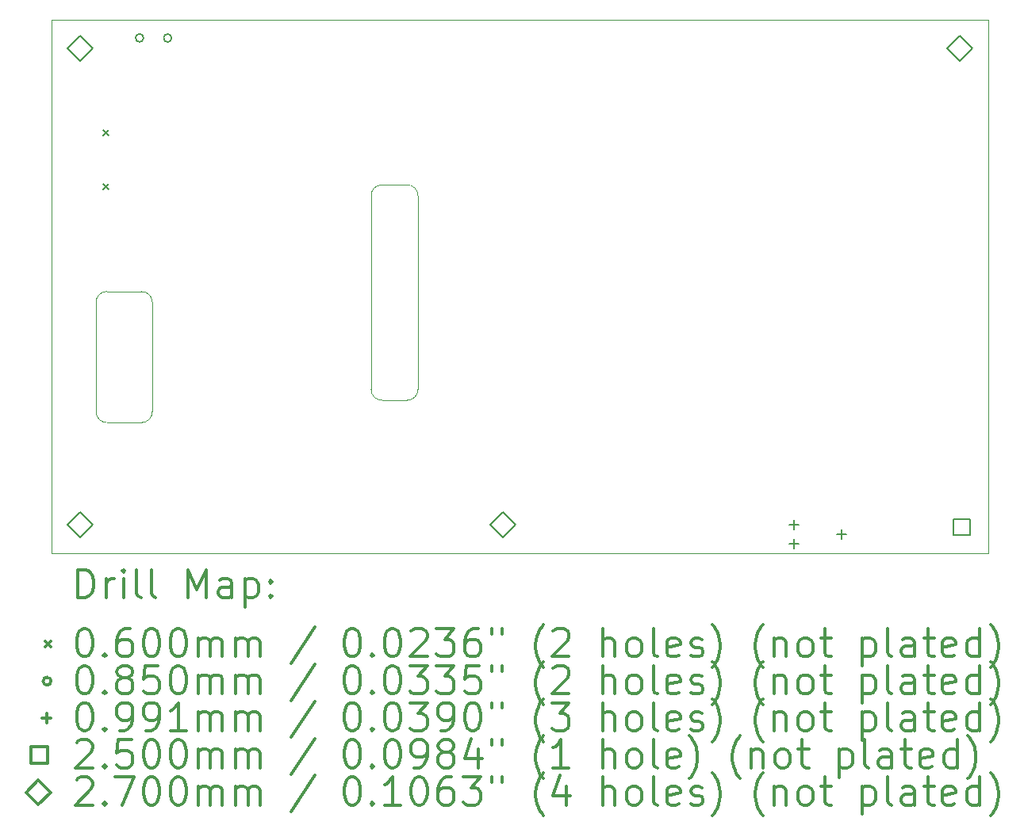
<source format=gbr>
%FSLAX45Y45*%
G04 Gerber Fmt 4.5, Leading zero omitted, Abs format (unit mm)*
G04 Created by KiCad (PCBNEW (5.1.10)-1) date 2021-07-15 23:52:47*
%MOMM*%
%LPD*%
G01*
G04 APERTURE LIST*
%TA.AperFunction,Profile*%
%ADD10C,0.050000*%
%TD*%
%TA.AperFunction,Profile*%
%ADD11C,0.100000*%
%TD*%
%ADD12C,0.200000*%
%ADD13C,0.300000*%
G04 APERTURE END LIST*
D10*
X6910884Y-6941870D02*
G75*
G02*
X6797000Y-7061000I-113885J-5130D01*
G01*
X6530130Y-7060884D02*
X6797000Y-7061000D01*
X6530130Y-7060884D02*
G75*
G02*
X6411000Y-6947000I-5130J113885D01*
G01*
X6791870Y-4761116D02*
G75*
G02*
X6911000Y-4875000I5130J-113885D01*
G01*
X6525000Y-4761000D02*
X6791870Y-4761116D01*
X6411000Y-6947000D02*
X6411115Y-4880130D01*
X6411115Y-4880130D02*
G75*
G02*
X6525000Y-4761000I113885J5130D01*
G01*
X6910884Y-6941870D02*
X6911000Y-4875000D01*
X4074884Y-7180870D02*
G75*
G02*
X3961000Y-7300000I-113885J-5130D01*
G01*
X3594130Y-7299884D02*
G75*
G02*
X3475000Y-7186000I-5130J113885D01*
G01*
X3955870Y-5900115D02*
G75*
G02*
X4075000Y-6014000I5130J-113885D01*
G01*
X3475115Y-6019130D02*
G75*
G02*
X3589000Y-5900000I113885J5130D01*
G01*
X3589000Y-5900000D02*
X3955870Y-5900115D01*
X3594130Y-7299884D02*
X3961000Y-7300000D01*
X3475000Y-7186000D02*
X3475115Y-6019130D01*
X4074884Y-7180870D02*
X4075000Y-6014000D01*
D11*
X13000000Y-3000000D02*
X13000000Y-8700000D01*
X3000000Y-3000000D02*
X13000000Y-3000000D01*
X3000000Y-8700000D02*
X3000000Y-3000000D01*
X13000000Y-8700000D02*
X3000000Y-8700000D01*
D12*
X3548000Y-4171000D02*
X3608000Y-4231000D01*
X3608000Y-4171000D02*
X3548000Y-4231000D01*
X3548000Y-4749000D02*
X3608000Y-4809000D01*
X3608000Y-4749000D02*
X3548000Y-4809000D01*
X3981500Y-3192000D02*
G75*
G03*
X3981500Y-3192000I-42500J0D01*
G01*
X4281500Y-3192000D02*
G75*
G03*
X4281500Y-3192000I-42500J0D01*
G01*
X10924000Y-8342470D02*
X10924000Y-8441530D01*
X10874470Y-8392000D02*
X10973530Y-8392000D01*
X10924000Y-8545670D02*
X10924000Y-8644730D01*
X10874470Y-8595200D02*
X10973530Y-8595200D01*
X11432000Y-8444070D02*
X11432000Y-8543130D01*
X11382470Y-8493600D02*
X11481530Y-8493600D01*
X12803389Y-8505389D02*
X12803389Y-8328611D01*
X12626611Y-8328611D01*
X12626611Y-8505389D01*
X12803389Y-8505389D01*
X3304000Y-3440000D02*
X3439000Y-3305000D01*
X3304000Y-3170000D01*
X3169000Y-3305000D01*
X3304000Y-3440000D01*
X3304000Y-8526000D02*
X3439000Y-8391000D01*
X3304000Y-8256000D01*
X3169000Y-8391000D01*
X3304000Y-8526000D01*
X7816000Y-8524000D02*
X7951000Y-8389000D01*
X7816000Y-8254000D01*
X7681000Y-8389000D01*
X7816000Y-8524000D01*
X12696000Y-3440000D02*
X12831000Y-3305000D01*
X12696000Y-3170000D01*
X12561000Y-3305000D01*
X12696000Y-3440000D01*
D13*
X3281428Y-9170714D02*
X3281428Y-8870714D01*
X3352857Y-8870714D01*
X3395714Y-8885000D01*
X3424286Y-8913572D01*
X3438571Y-8942143D01*
X3452857Y-8999286D01*
X3452857Y-9042143D01*
X3438571Y-9099286D01*
X3424286Y-9127857D01*
X3395714Y-9156429D01*
X3352857Y-9170714D01*
X3281428Y-9170714D01*
X3581428Y-9170714D02*
X3581428Y-8970714D01*
X3581428Y-9027857D02*
X3595714Y-8999286D01*
X3610000Y-8985000D01*
X3638571Y-8970714D01*
X3667143Y-8970714D01*
X3767143Y-9170714D02*
X3767143Y-8970714D01*
X3767143Y-8870714D02*
X3752857Y-8885000D01*
X3767143Y-8899286D01*
X3781428Y-8885000D01*
X3767143Y-8870714D01*
X3767143Y-8899286D01*
X3952857Y-9170714D02*
X3924286Y-9156429D01*
X3910000Y-9127857D01*
X3910000Y-8870714D01*
X4110000Y-9170714D02*
X4081428Y-9156429D01*
X4067143Y-9127857D01*
X4067143Y-8870714D01*
X4452857Y-9170714D02*
X4452857Y-8870714D01*
X4552857Y-9085000D01*
X4652857Y-8870714D01*
X4652857Y-9170714D01*
X4924286Y-9170714D02*
X4924286Y-9013572D01*
X4910000Y-8985000D01*
X4881428Y-8970714D01*
X4824286Y-8970714D01*
X4795714Y-8985000D01*
X4924286Y-9156429D02*
X4895714Y-9170714D01*
X4824286Y-9170714D01*
X4795714Y-9156429D01*
X4781428Y-9127857D01*
X4781428Y-9099286D01*
X4795714Y-9070714D01*
X4824286Y-9056429D01*
X4895714Y-9056429D01*
X4924286Y-9042143D01*
X5067143Y-8970714D02*
X5067143Y-9270714D01*
X5067143Y-8985000D02*
X5095714Y-8970714D01*
X5152857Y-8970714D01*
X5181428Y-8985000D01*
X5195714Y-8999286D01*
X5210000Y-9027857D01*
X5210000Y-9113572D01*
X5195714Y-9142143D01*
X5181428Y-9156429D01*
X5152857Y-9170714D01*
X5095714Y-9170714D01*
X5067143Y-9156429D01*
X5338571Y-9142143D02*
X5352857Y-9156429D01*
X5338571Y-9170714D01*
X5324286Y-9156429D01*
X5338571Y-9142143D01*
X5338571Y-9170714D01*
X5338571Y-8985000D02*
X5352857Y-8999286D01*
X5338571Y-9013572D01*
X5324286Y-8999286D01*
X5338571Y-8985000D01*
X5338571Y-9013572D01*
X2935000Y-9635000D02*
X2995000Y-9695000D01*
X2995000Y-9635000D02*
X2935000Y-9695000D01*
X3338571Y-9500714D02*
X3367143Y-9500714D01*
X3395714Y-9515000D01*
X3410000Y-9529286D01*
X3424286Y-9557857D01*
X3438571Y-9615000D01*
X3438571Y-9686429D01*
X3424286Y-9743572D01*
X3410000Y-9772143D01*
X3395714Y-9786429D01*
X3367143Y-9800714D01*
X3338571Y-9800714D01*
X3310000Y-9786429D01*
X3295714Y-9772143D01*
X3281428Y-9743572D01*
X3267143Y-9686429D01*
X3267143Y-9615000D01*
X3281428Y-9557857D01*
X3295714Y-9529286D01*
X3310000Y-9515000D01*
X3338571Y-9500714D01*
X3567143Y-9772143D02*
X3581428Y-9786429D01*
X3567143Y-9800714D01*
X3552857Y-9786429D01*
X3567143Y-9772143D01*
X3567143Y-9800714D01*
X3838571Y-9500714D02*
X3781428Y-9500714D01*
X3752857Y-9515000D01*
X3738571Y-9529286D01*
X3710000Y-9572143D01*
X3695714Y-9629286D01*
X3695714Y-9743572D01*
X3710000Y-9772143D01*
X3724286Y-9786429D01*
X3752857Y-9800714D01*
X3810000Y-9800714D01*
X3838571Y-9786429D01*
X3852857Y-9772143D01*
X3867143Y-9743572D01*
X3867143Y-9672143D01*
X3852857Y-9643572D01*
X3838571Y-9629286D01*
X3810000Y-9615000D01*
X3752857Y-9615000D01*
X3724286Y-9629286D01*
X3710000Y-9643572D01*
X3695714Y-9672143D01*
X4052857Y-9500714D02*
X4081428Y-9500714D01*
X4110000Y-9515000D01*
X4124286Y-9529286D01*
X4138571Y-9557857D01*
X4152857Y-9615000D01*
X4152857Y-9686429D01*
X4138571Y-9743572D01*
X4124286Y-9772143D01*
X4110000Y-9786429D01*
X4081428Y-9800714D01*
X4052857Y-9800714D01*
X4024286Y-9786429D01*
X4010000Y-9772143D01*
X3995714Y-9743572D01*
X3981428Y-9686429D01*
X3981428Y-9615000D01*
X3995714Y-9557857D01*
X4010000Y-9529286D01*
X4024286Y-9515000D01*
X4052857Y-9500714D01*
X4338571Y-9500714D02*
X4367143Y-9500714D01*
X4395714Y-9515000D01*
X4410000Y-9529286D01*
X4424286Y-9557857D01*
X4438571Y-9615000D01*
X4438571Y-9686429D01*
X4424286Y-9743572D01*
X4410000Y-9772143D01*
X4395714Y-9786429D01*
X4367143Y-9800714D01*
X4338571Y-9800714D01*
X4310000Y-9786429D01*
X4295714Y-9772143D01*
X4281428Y-9743572D01*
X4267143Y-9686429D01*
X4267143Y-9615000D01*
X4281428Y-9557857D01*
X4295714Y-9529286D01*
X4310000Y-9515000D01*
X4338571Y-9500714D01*
X4567143Y-9800714D02*
X4567143Y-9600714D01*
X4567143Y-9629286D02*
X4581428Y-9615000D01*
X4610000Y-9600714D01*
X4652857Y-9600714D01*
X4681428Y-9615000D01*
X4695714Y-9643572D01*
X4695714Y-9800714D01*
X4695714Y-9643572D02*
X4710000Y-9615000D01*
X4738571Y-9600714D01*
X4781428Y-9600714D01*
X4810000Y-9615000D01*
X4824286Y-9643572D01*
X4824286Y-9800714D01*
X4967143Y-9800714D02*
X4967143Y-9600714D01*
X4967143Y-9629286D02*
X4981428Y-9615000D01*
X5010000Y-9600714D01*
X5052857Y-9600714D01*
X5081428Y-9615000D01*
X5095714Y-9643572D01*
X5095714Y-9800714D01*
X5095714Y-9643572D02*
X5110000Y-9615000D01*
X5138571Y-9600714D01*
X5181428Y-9600714D01*
X5210000Y-9615000D01*
X5224286Y-9643572D01*
X5224286Y-9800714D01*
X5810000Y-9486429D02*
X5552857Y-9872143D01*
X6195714Y-9500714D02*
X6224286Y-9500714D01*
X6252857Y-9515000D01*
X6267143Y-9529286D01*
X6281428Y-9557857D01*
X6295714Y-9615000D01*
X6295714Y-9686429D01*
X6281428Y-9743572D01*
X6267143Y-9772143D01*
X6252857Y-9786429D01*
X6224286Y-9800714D01*
X6195714Y-9800714D01*
X6167143Y-9786429D01*
X6152857Y-9772143D01*
X6138571Y-9743572D01*
X6124286Y-9686429D01*
X6124286Y-9615000D01*
X6138571Y-9557857D01*
X6152857Y-9529286D01*
X6167143Y-9515000D01*
X6195714Y-9500714D01*
X6424286Y-9772143D02*
X6438571Y-9786429D01*
X6424286Y-9800714D01*
X6410000Y-9786429D01*
X6424286Y-9772143D01*
X6424286Y-9800714D01*
X6624286Y-9500714D02*
X6652857Y-9500714D01*
X6681428Y-9515000D01*
X6695714Y-9529286D01*
X6710000Y-9557857D01*
X6724286Y-9615000D01*
X6724286Y-9686429D01*
X6710000Y-9743572D01*
X6695714Y-9772143D01*
X6681428Y-9786429D01*
X6652857Y-9800714D01*
X6624286Y-9800714D01*
X6595714Y-9786429D01*
X6581428Y-9772143D01*
X6567143Y-9743572D01*
X6552857Y-9686429D01*
X6552857Y-9615000D01*
X6567143Y-9557857D01*
X6581428Y-9529286D01*
X6595714Y-9515000D01*
X6624286Y-9500714D01*
X6838571Y-9529286D02*
X6852857Y-9515000D01*
X6881428Y-9500714D01*
X6952857Y-9500714D01*
X6981428Y-9515000D01*
X6995714Y-9529286D01*
X7010000Y-9557857D01*
X7010000Y-9586429D01*
X6995714Y-9629286D01*
X6824286Y-9800714D01*
X7010000Y-9800714D01*
X7110000Y-9500714D02*
X7295714Y-9500714D01*
X7195714Y-9615000D01*
X7238571Y-9615000D01*
X7267143Y-9629286D01*
X7281428Y-9643572D01*
X7295714Y-9672143D01*
X7295714Y-9743572D01*
X7281428Y-9772143D01*
X7267143Y-9786429D01*
X7238571Y-9800714D01*
X7152857Y-9800714D01*
X7124286Y-9786429D01*
X7110000Y-9772143D01*
X7552857Y-9500714D02*
X7495714Y-9500714D01*
X7467143Y-9515000D01*
X7452857Y-9529286D01*
X7424286Y-9572143D01*
X7410000Y-9629286D01*
X7410000Y-9743572D01*
X7424286Y-9772143D01*
X7438571Y-9786429D01*
X7467143Y-9800714D01*
X7524286Y-9800714D01*
X7552857Y-9786429D01*
X7567143Y-9772143D01*
X7581428Y-9743572D01*
X7581428Y-9672143D01*
X7567143Y-9643572D01*
X7552857Y-9629286D01*
X7524286Y-9615000D01*
X7467143Y-9615000D01*
X7438571Y-9629286D01*
X7424286Y-9643572D01*
X7410000Y-9672143D01*
X7695714Y-9500714D02*
X7695714Y-9557857D01*
X7810000Y-9500714D02*
X7810000Y-9557857D01*
X8252857Y-9915000D02*
X8238571Y-9900714D01*
X8210000Y-9857857D01*
X8195714Y-9829286D01*
X8181428Y-9786429D01*
X8167143Y-9715000D01*
X8167143Y-9657857D01*
X8181428Y-9586429D01*
X8195714Y-9543572D01*
X8210000Y-9515000D01*
X8238571Y-9472143D01*
X8252857Y-9457857D01*
X8352857Y-9529286D02*
X8367143Y-9515000D01*
X8395714Y-9500714D01*
X8467143Y-9500714D01*
X8495714Y-9515000D01*
X8510000Y-9529286D01*
X8524286Y-9557857D01*
X8524286Y-9586429D01*
X8510000Y-9629286D01*
X8338571Y-9800714D01*
X8524286Y-9800714D01*
X8881428Y-9800714D02*
X8881428Y-9500714D01*
X9010000Y-9800714D02*
X9010000Y-9643572D01*
X8995714Y-9615000D01*
X8967143Y-9600714D01*
X8924286Y-9600714D01*
X8895714Y-9615000D01*
X8881428Y-9629286D01*
X9195714Y-9800714D02*
X9167143Y-9786429D01*
X9152857Y-9772143D01*
X9138571Y-9743572D01*
X9138571Y-9657857D01*
X9152857Y-9629286D01*
X9167143Y-9615000D01*
X9195714Y-9600714D01*
X9238571Y-9600714D01*
X9267143Y-9615000D01*
X9281428Y-9629286D01*
X9295714Y-9657857D01*
X9295714Y-9743572D01*
X9281428Y-9772143D01*
X9267143Y-9786429D01*
X9238571Y-9800714D01*
X9195714Y-9800714D01*
X9467143Y-9800714D02*
X9438571Y-9786429D01*
X9424286Y-9757857D01*
X9424286Y-9500714D01*
X9695714Y-9786429D02*
X9667143Y-9800714D01*
X9610000Y-9800714D01*
X9581428Y-9786429D01*
X9567143Y-9757857D01*
X9567143Y-9643572D01*
X9581428Y-9615000D01*
X9610000Y-9600714D01*
X9667143Y-9600714D01*
X9695714Y-9615000D01*
X9710000Y-9643572D01*
X9710000Y-9672143D01*
X9567143Y-9700714D01*
X9824286Y-9786429D02*
X9852857Y-9800714D01*
X9910000Y-9800714D01*
X9938571Y-9786429D01*
X9952857Y-9757857D01*
X9952857Y-9743572D01*
X9938571Y-9715000D01*
X9910000Y-9700714D01*
X9867143Y-9700714D01*
X9838571Y-9686429D01*
X9824286Y-9657857D01*
X9824286Y-9643572D01*
X9838571Y-9615000D01*
X9867143Y-9600714D01*
X9910000Y-9600714D01*
X9938571Y-9615000D01*
X10052857Y-9915000D02*
X10067143Y-9900714D01*
X10095714Y-9857857D01*
X10110000Y-9829286D01*
X10124286Y-9786429D01*
X10138571Y-9715000D01*
X10138571Y-9657857D01*
X10124286Y-9586429D01*
X10110000Y-9543572D01*
X10095714Y-9515000D01*
X10067143Y-9472143D01*
X10052857Y-9457857D01*
X10595714Y-9915000D02*
X10581428Y-9900714D01*
X10552857Y-9857857D01*
X10538571Y-9829286D01*
X10524286Y-9786429D01*
X10510000Y-9715000D01*
X10510000Y-9657857D01*
X10524286Y-9586429D01*
X10538571Y-9543572D01*
X10552857Y-9515000D01*
X10581428Y-9472143D01*
X10595714Y-9457857D01*
X10710000Y-9600714D02*
X10710000Y-9800714D01*
X10710000Y-9629286D02*
X10724286Y-9615000D01*
X10752857Y-9600714D01*
X10795714Y-9600714D01*
X10824286Y-9615000D01*
X10838571Y-9643572D01*
X10838571Y-9800714D01*
X11024286Y-9800714D02*
X10995714Y-9786429D01*
X10981428Y-9772143D01*
X10967143Y-9743572D01*
X10967143Y-9657857D01*
X10981428Y-9629286D01*
X10995714Y-9615000D01*
X11024286Y-9600714D01*
X11067143Y-9600714D01*
X11095714Y-9615000D01*
X11110000Y-9629286D01*
X11124286Y-9657857D01*
X11124286Y-9743572D01*
X11110000Y-9772143D01*
X11095714Y-9786429D01*
X11067143Y-9800714D01*
X11024286Y-9800714D01*
X11210000Y-9600714D02*
X11324286Y-9600714D01*
X11252857Y-9500714D02*
X11252857Y-9757857D01*
X11267143Y-9786429D01*
X11295714Y-9800714D01*
X11324286Y-9800714D01*
X11652857Y-9600714D02*
X11652857Y-9900714D01*
X11652857Y-9615000D02*
X11681428Y-9600714D01*
X11738571Y-9600714D01*
X11767143Y-9615000D01*
X11781428Y-9629286D01*
X11795714Y-9657857D01*
X11795714Y-9743572D01*
X11781428Y-9772143D01*
X11767143Y-9786429D01*
X11738571Y-9800714D01*
X11681428Y-9800714D01*
X11652857Y-9786429D01*
X11967143Y-9800714D02*
X11938571Y-9786429D01*
X11924286Y-9757857D01*
X11924286Y-9500714D01*
X12210000Y-9800714D02*
X12210000Y-9643572D01*
X12195714Y-9615000D01*
X12167143Y-9600714D01*
X12110000Y-9600714D01*
X12081428Y-9615000D01*
X12210000Y-9786429D02*
X12181428Y-9800714D01*
X12110000Y-9800714D01*
X12081428Y-9786429D01*
X12067143Y-9757857D01*
X12067143Y-9729286D01*
X12081428Y-9700714D01*
X12110000Y-9686429D01*
X12181428Y-9686429D01*
X12210000Y-9672143D01*
X12310000Y-9600714D02*
X12424286Y-9600714D01*
X12352857Y-9500714D02*
X12352857Y-9757857D01*
X12367143Y-9786429D01*
X12395714Y-9800714D01*
X12424286Y-9800714D01*
X12638571Y-9786429D02*
X12610000Y-9800714D01*
X12552857Y-9800714D01*
X12524286Y-9786429D01*
X12510000Y-9757857D01*
X12510000Y-9643572D01*
X12524286Y-9615000D01*
X12552857Y-9600714D01*
X12610000Y-9600714D01*
X12638571Y-9615000D01*
X12652857Y-9643572D01*
X12652857Y-9672143D01*
X12510000Y-9700714D01*
X12910000Y-9800714D02*
X12910000Y-9500714D01*
X12910000Y-9786429D02*
X12881428Y-9800714D01*
X12824286Y-9800714D01*
X12795714Y-9786429D01*
X12781428Y-9772143D01*
X12767143Y-9743572D01*
X12767143Y-9657857D01*
X12781428Y-9629286D01*
X12795714Y-9615000D01*
X12824286Y-9600714D01*
X12881428Y-9600714D01*
X12910000Y-9615000D01*
X13024286Y-9915000D02*
X13038571Y-9900714D01*
X13067143Y-9857857D01*
X13081428Y-9829286D01*
X13095714Y-9786429D01*
X13110000Y-9715000D01*
X13110000Y-9657857D01*
X13095714Y-9586429D01*
X13081428Y-9543572D01*
X13067143Y-9515000D01*
X13038571Y-9472143D01*
X13024286Y-9457857D01*
X2995000Y-10061000D02*
G75*
G03*
X2995000Y-10061000I-42500J0D01*
G01*
X3338571Y-9896714D02*
X3367143Y-9896714D01*
X3395714Y-9911000D01*
X3410000Y-9925286D01*
X3424286Y-9953857D01*
X3438571Y-10011000D01*
X3438571Y-10082429D01*
X3424286Y-10139572D01*
X3410000Y-10168143D01*
X3395714Y-10182429D01*
X3367143Y-10196714D01*
X3338571Y-10196714D01*
X3310000Y-10182429D01*
X3295714Y-10168143D01*
X3281428Y-10139572D01*
X3267143Y-10082429D01*
X3267143Y-10011000D01*
X3281428Y-9953857D01*
X3295714Y-9925286D01*
X3310000Y-9911000D01*
X3338571Y-9896714D01*
X3567143Y-10168143D02*
X3581428Y-10182429D01*
X3567143Y-10196714D01*
X3552857Y-10182429D01*
X3567143Y-10168143D01*
X3567143Y-10196714D01*
X3752857Y-10025286D02*
X3724286Y-10011000D01*
X3710000Y-9996714D01*
X3695714Y-9968143D01*
X3695714Y-9953857D01*
X3710000Y-9925286D01*
X3724286Y-9911000D01*
X3752857Y-9896714D01*
X3810000Y-9896714D01*
X3838571Y-9911000D01*
X3852857Y-9925286D01*
X3867143Y-9953857D01*
X3867143Y-9968143D01*
X3852857Y-9996714D01*
X3838571Y-10011000D01*
X3810000Y-10025286D01*
X3752857Y-10025286D01*
X3724286Y-10039572D01*
X3710000Y-10053857D01*
X3695714Y-10082429D01*
X3695714Y-10139572D01*
X3710000Y-10168143D01*
X3724286Y-10182429D01*
X3752857Y-10196714D01*
X3810000Y-10196714D01*
X3838571Y-10182429D01*
X3852857Y-10168143D01*
X3867143Y-10139572D01*
X3867143Y-10082429D01*
X3852857Y-10053857D01*
X3838571Y-10039572D01*
X3810000Y-10025286D01*
X4138571Y-9896714D02*
X3995714Y-9896714D01*
X3981428Y-10039572D01*
X3995714Y-10025286D01*
X4024286Y-10011000D01*
X4095714Y-10011000D01*
X4124286Y-10025286D01*
X4138571Y-10039572D01*
X4152857Y-10068143D01*
X4152857Y-10139572D01*
X4138571Y-10168143D01*
X4124286Y-10182429D01*
X4095714Y-10196714D01*
X4024286Y-10196714D01*
X3995714Y-10182429D01*
X3981428Y-10168143D01*
X4338571Y-9896714D02*
X4367143Y-9896714D01*
X4395714Y-9911000D01*
X4410000Y-9925286D01*
X4424286Y-9953857D01*
X4438571Y-10011000D01*
X4438571Y-10082429D01*
X4424286Y-10139572D01*
X4410000Y-10168143D01*
X4395714Y-10182429D01*
X4367143Y-10196714D01*
X4338571Y-10196714D01*
X4310000Y-10182429D01*
X4295714Y-10168143D01*
X4281428Y-10139572D01*
X4267143Y-10082429D01*
X4267143Y-10011000D01*
X4281428Y-9953857D01*
X4295714Y-9925286D01*
X4310000Y-9911000D01*
X4338571Y-9896714D01*
X4567143Y-10196714D02*
X4567143Y-9996714D01*
X4567143Y-10025286D02*
X4581428Y-10011000D01*
X4610000Y-9996714D01*
X4652857Y-9996714D01*
X4681428Y-10011000D01*
X4695714Y-10039572D01*
X4695714Y-10196714D01*
X4695714Y-10039572D02*
X4710000Y-10011000D01*
X4738571Y-9996714D01*
X4781428Y-9996714D01*
X4810000Y-10011000D01*
X4824286Y-10039572D01*
X4824286Y-10196714D01*
X4967143Y-10196714D02*
X4967143Y-9996714D01*
X4967143Y-10025286D02*
X4981428Y-10011000D01*
X5010000Y-9996714D01*
X5052857Y-9996714D01*
X5081428Y-10011000D01*
X5095714Y-10039572D01*
X5095714Y-10196714D01*
X5095714Y-10039572D02*
X5110000Y-10011000D01*
X5138571Y-9996714D01*
X5181428Y-9996714D01*
X5210000Y-10011000D01*
X5224286Y-10039572D01*
X5224286Y-10196714D01*
X5810000Y-9882429D02*
X5552857Y-10268143D01*
X6195714Y-9896714D02*
X6224286Y-9896714D01*
X6252857Y-9911000D01*
X6267143Y-9925286D01*
X6281428Y-9953857D01*
X6295714Y-10011000D01*
X6295714Y-10082429D01*
X6281428Y-10139572D01*
X6267143Y-10168143D01*
X6252857Y-10182429D01*
X6224286Y-10196714D01*
X6195714Y-10196714D01*
X6167143Y-10182429D01*
X6152857Y-10168143D01*
X6138571Y-10139572D01*
X6124286Y-10082429D01*
X6124286Y-10011000D01*
X6138571Y-9953857D01*
X6152857Y-9925286D01*
X6167143Y-9911000D01*
X6195714Y-9896714D01*
X6424286Y-10168143D02*
X6438571Y-10182429D01*
X6424286Y-10196714D01*
X6410000Y-10182429D01*
X6424286Y-10168143D01*
X6424286Y-10196714D01*
X6624286Y-9896714D02*
X6652857Y-9896714D01*
X6681428Y-9911000D01*
X6695714Y-9925286D01*
X6710000Y-9953857D01*
X6724286Y-10011000D01*
X6724286Y-10082429D01*
X6710000Y-10139572D01*
X6695714Y-10168143D01*
X6681428Y-10182429D01*
X6652857Y-10196714D01*
X6624286Y-10196714D01*
X6595714Y-10182429D01*
X6581428Y-10168143D01*
X6567143Y-10139572D01*
X6552857Y-10082429D01*
X6552857Y-10011000D01*
X6567143Y-9953857D01*
X6581428Y-9925286D01*
X6595714Y-9911000D01*
X6624286Y-9896714D01*
X6824286Y-9896714D02*
X7010000Y-9896714D01*
X6910000Y-10011000D01*
X6952857Y-10011000D01*
X6981428Y-10025286D01*
X6995714Y-10039572D01*
X7010000Y-10068143D01*
X7010000Y-10139572D01*
X6995714Y-10168143D01*
X6981428Y-10182429D01*
X6952857Y-10196714D01*
X6867143Y-10196714D01*
X6838571Y-10182429D01*
X6824286Y-10168143D01*
X7110000Y-9896714D02*
X7295714Y-9896714D01*
X7195714Y-10011000D01*
X7238571Y-10011000D01*
X7267143Y-10025286D01*
X7281428Y-10039572D01*
X7295714Y-10068143D01*
X7295714Y-10139572D01*
X7281428Y-10168143D01*
X7267143Y-10182429D01*
X7238571Y-10196714D01*
X7152857Y-10196714D01*
X7124286Y-10182429D01*
X7110000Y-10168143D01*
X7567143Y-9896714D02*
X7424286Y-9896714D01*
X7410000Y-10039572D01*
X7424286Y-10025286D01*
X7452857Y-10011000D01*
X7524286Y-10011000D01*
X7552857Y-10025286D01*
X7567143Y-10039572D01*
X7581428Y-10068143D01*
X7581428Y-10139572D01*
X7567143Y-10168143D01*
X7552857Y-10182429D01*
X7524286Y-10196714D01*
X7452857Y-10196714D01*
X7424286Y-10182429D01*
X7410000Y-10168143D01*
X7695714Y-9896714D02*
X7695714Y-9953857D01*
X7810000Y-9896714D02*
X7810000Y-9953857D01*
X8252857Y-10311000D02*
X8238571Y-10296714D01*
X8210000Y-10253857D01*
X8195714Y-10225286D01*
X8181428Y-10182429D01*
X8167143Y-10111000D01*
X8167143Y-10053857D01*
X8181428Y-9982429D01*
X8195714Y-9939572D01*
X8210000Y-9911000D01*
X8238571Y-9868143D01*
X8252857Y-9853857D01*
X8352857Y-9925286D02*
X8367143Y-9911000D01*
X8395714Y-9896714D01*
X8467143Y-9896714D01*
X8495714Y-9911000D01*
X8510000Y-9925286D01*
X8524286Y-9953857D01*
X8524286Y-9982429D01*
X8510000Y-10025286D01*
X8338571Y-10196714D01*
X8524286Y-10196714D01*
X8881428Y-10196714D02*
X8881428Y-9896714D01*
X9010000Y-10196714D02*
X9010000Y-10039572D01*
X8995714Y-10011000D01*
X8967143Y-9996714D01*
X8924286Y-9996714D01*
X8895714Y-10011000D01*
X8881428Y-10025286D01*
X9195714Y-10196714D02*
X9167143Y-10182429D01*
X9152857Y-10168143D01*
X9138571Y-10139572D01*
X9138571Y-10053857D01*
X9152857Y-10025286D01*
X9167143Y-10011000D01*
X9195714Y-9996714D01*
X9238571Y-9996714D01*
X9267143Y-10011000D01*
X9281428Y-10025286D01*
X9295714Y-10053857D01*
X9295714Y-10139572D01*
X9281428Y-10168143D01*
X9267143Y-10182429D01*
X9238571Y-10196714D01*
X9195714Y-10196714D01*
X9467143Y-10196714D02*
X9438571Y-10182429D01*
X9424286Y-10153857D01*
X9424286Y-9896714D01*
X9695714Y-10182429D02*
X9667143Y-10196714D01*
X9610000Y-10196714D01*
X9581428Y-10182429D01*
X9567143Y-10153857D01*
X9567143Y-10039572D01*
X9581428Y-10011000D01*
X9610000Y-9996714D01*
X9667143Y-9996714D01*
X9695714Y-10011000D01*
X9710000Y-10039572D01*
X9710000Y-10068143D01*
X9567143Y-10096714D01*
X9824286Y-10182429D02*
X9852857Y-10196714D01*
X9910000Y-10196714D01*
X9938571Y-10182429D01*
X9952857Y-10153857D01*
X9952857Y-10139572D01*
X9938571Y-10111000D01*
X9910000Y-10096714D01*
X9867143Y-10096714D01*
X9838571Y-10082429D01*
X9824286Y-10053857D01*
X9824286Y-10039572D01*
X9838571Y-10011000D01*
X9867143Y-9996714D01*
X9910000Y-9996714D01*
X9938571Y-10011000D01*
X10052857Y-10311000D02*
X10067143Y-10296714D01*
X10095714Y-10253857D01*
X10110000Y-10225286D01*
X10124286Y-10182429D01*
X10138571Y-10111000D01*
X10138571Y-10053857D01*
X10124286Y-9982429D01*
X10110000Y-9939572D01*
X10095714Y-9911000D01*
X10067143Y-9868143D01*
X10052857Y-9853857D01*
X10595714Y-10311000D02*
X10581428Y-10296714D01*
X10552857Y-10253857D01*
X10538571Y-10225286D01*
X10524286Y-10182429D01*
X10510000Y-10111000D01*
X10510000Y-10053857D01*
X10524286Y-9982429D01*
X10538571Y-9939572D01*
X10552857Y-9911000D01*
X10581428Y-9868143D01*
X10595714Y-9853857D01*
X10710000Y-9996714D02*
X10710000Y-10196714D01*
X10710000Y-10025286D02*
X10724286Y-10011000D01*
X10752857Y-9996714D01*
X10795714Y-9996714D01*
X10824286Y-10011000D01*
X10838571Y-10039572D01*
X10838571Y-10196714D01*
X11024286Y-10196714D02*
X10995714Y-10182429D01*
X10981428Y-10168143D01*
X10967143Y-10139572D01*
X10967143Y-10053857D01*
X10981428Y-10025286D01*
X10995714Y-10011000D01*
X11024286Y-9996714D01*
X11067143Y-9996714D01*
X11095714Y-10011000D01*
X11110000Y-10025286D01*
X11124286Y-10053857D01*
X11124286Y-10139572D01*
X11110000Y-10168143D01*
X11095714Y-10182429D01*
X11067143Y-10196714D01*
X11024286Y-10196714D01*
X11210000Y-9996714D02*
X11324286Y-9996714D01*
X11252857Y-9896714D02*
X11252857Y-10153857D01*
X11267143Y-10182429D01*
X11295714Y-10196714D01*
X11324286Y-10196714D01*
X11652857Y-9996714D02*
X11652857Y-10296714D01*
X11652857Y-10011000D02*
X11681428Y-9996714D01*
X11738571Y-9996714D01*
X11767143Y-10011000D01*
X11781428Y-10025286D01*
X11795714Y-10053857D01*
X11795714Y-10139572D01*
X11781428Y-10168143D01*
X11767143Y-10182429D01*
X11738571Y-10196714D01*
X11681428Y-10196714D01*
X11652857Y-10182429D01*
X11967143Y-10196714D02*
X11938571Y-10182429D01*
X11924286Y-10153857D01*
X11924286Y-9896714D01*
X12210000Y-10196714D02*
X12210000Y-10039572D01*
X12195714Y-10011000D01*
X12167143Y-9996714D01*
X12110000Y-9996714D01*
X12081428Y-10011000D01*
X12210000Y-10182429D02*
X12181428Y-10196714D01*
X12110000Y-10196714D01*
X12081428Y-10182429D01*
X12067143Y-10153857D01*
X12067143Y-10125286D01*
X12081428Y-10096714D01*
X12110000Y-10082429D01*
X12181428Y-10082429D01*
X12210000Y-10068143D01*
X12310000Y-9996714D02*
X12424286Y-9996714D01*
X12352857Y-9896714D02*
X12352857Y-10153857D01*
X12367143Y-10182429D01*
X12395714Y-10196714D01*
X12424286Y-10196714D01*
X12638571Y-10182429D02*
X12610000Y-10196714D01*
X12552857Y-10196714D01*
X12524286Y-10182429D01*
X12510000Y-10153857D01*
X12510000Y-10039572D01*
X12524286Y-10011000D01*
X12552857Y-9996714D01*
X12610000Y-9996714D01*
X12638571Y-10011000D01*
X12652857Y-10039572D01*
X12652857Y-10068143D01*
X12510000Y-10096714D01*
X12910000Y-10196714D02*
X12910000Y-9896714D01*
X12910000Y-10182429D02*
X12881428Y-10196714D01*
X12824286Y-10196714D01*
X12795714Y-10182429D01*
X12781428Y-10168143D01*
X12767143Y-10139572D01*
X12767143Y-10053857D01*
X12781428Y-10025286D01*
X12795714Y-10011000D01*
X12824286Y-9996714D01*
X12881428Y-9996714D01*
X12910000Y-10011000D01*
X13024286Y-10311000D02*
X13038571Y-10296714D01*
X13067143Y-10253857D01*
X13081428Y-10225286D01*
X13095714Y-10182429D01*
X13110000Y-10111000D01*
X13110000Y-10053857D01*
X13095714Y-9982429D01*
X13081428Y-9939572D01*
X13067143Y-9911000D01*
X13038571Y-9868143D01*
X13024286Y-9853857D01*
X2945470Y-10407470D02*
X2945470Y-10506530D01*
X2895940Y-10457000D02*
X2995000Y-10457000D01*
X3338571Y-10292714D02*
X3367143Y-10292714D01*
X3395714Y-10307000D01*
X3410000Y-10321286D01*
X3424286Y-10349857D01*
X3438571Y-10407000D01*
X3438571Y-10478429D01*
X3424286Y-10535572D01*
X3410000Y-10564143D01*
X3395714Y-10578429D01*
X3367143Y-10592714D01*
X3338571Y-10592714D01*
X3310000Y-10578429D01*
X3295714Y-10564143D01*
X3281428Y-10535572D01*
X3267143Y-10478429D01*
X3267143Y-10407000D01*
X3281428Y-10349857D01*
X3295714Y-10321286D01*
X3310000Y-10307000D01*
X3338571Y-10292714D01*
X3567143Y-10564143D02*
X3581428Y-10578429D01*
X3567143Y-10592714D01*
X3552857Y-10578429D01*
X3567143Y-10564143D01*
X3567143Y-10592714D01*
X3724286Y-10592714D02*
X3781428Y-10592714D01*
X3810000Y-10578429D01*
X3824286Y-10564143D01*
X3852857Y-10521286D01*
X3867143Y-10464143D01*
X3867143Y-10349857D01*
X3852857Y-10321286D01*
X3838571Y-10307000D01*
X3810000Y-10292714D01*
X3752857Y-10292714D01*
X3724286Y-10307000D01*
X3710000Y-10321286D01*
X3695714Y-10349857D01*
X3695714Y-10421286D01*
X3710000Y-10449857D01*
X3724286Y-10464143D01*
X3752857Y-10478429D01*
X3810000Y-10478429D01*
X3838571Y-10464143D01*
X3852857Y-10449857D01*
X3867143Y-10421286D01*
X4010000Y-10592714D02*
X4067143Y-10592714D01*
X4095714Y-10578429D01*
X4110000Y-10564143D01*
X4138571Y-10521286D01*
X4152857Y-10464143D01*
X4152857Y-10349857D01*
X4138571Y-10321286D01*
X4124286Y-10307000D01*
X4095714Y-10292714D01*
X4038571Y-10292714D01*
X4010000Y-10307000D01*
X3995714Y-10321286D01*
X3981428Y-10349857D01*
X3981428Y-10421286D01*
X3995714Y-10449857D01*
X4010000Y-10464143D01*
X4038571Y-10478429D01*
X4095714Y-10478429D01*
X4124286Y-10464143D01*
X4138571Y-10449857D01*
X4152857Y-10421286D01*
X4438571Y-10592714D02*
X4267143Y-10592714D01*
X4352857Y-10592714D02*
X4352857Y-10292714D01*
X4324286Y-10335572D01*
X4295714Y-10364143D01*
X4267143Y-10378429D01*
X4567143Y-10592714D02*
X4567143Y-10392714D01*
X4567143Y-10421286D02*
X4581428Y-10407000D01*
X4610000Y-10392714D01*
X4652857Y-10392714D01*
X4681428Y-10407000D01*
X4695714Y-10435572D01*
X4695714Y-10592714D01*
X4695714Y-10435572D02*
X4710000Y-10407000D01*
X4738571Y-10392714D01*
X4781428Y-10392714D01*
X4810000Y-10407000D01*
X4824286Y-10435572D01*
X4824286Y-10592714D01*
X4967143Y-10592714D02*
X4967143Y-10392714D01*
X4967143Y-10421286D02*
X4981428Y-10407000D01*
X5010000Y-10392714D01*
X5052857Y-10392714D01*
X5081428Y-10407000D01*
X5095714Y-10435572D01*
X5095714Y-10592714D01*
X5095714Y-10435572D02*
X5110000Y-10407000D01*
X5138571Y-10392714D01*
X5181428Y-10392714D01*
X5210000Y-10407000D01*
X5224286Y-10435572D01*
X5224286Y-10592714D01*
X5810000Y-10278429D02*
X5552857Y-10664143D01*
X6195714Y-10292714D02*
X6224286Y-10292714D01*
X6252857Y-10307000D01*
X6267143Y-10321286D01*
X6281428Y-10349857D01*
X6295714Y-10407000D01*
X6295714Y-10478429D01*
X6281428Y-10535572D01*
X6267143Y-10564143D01*
X6252857Y-10578429D01*
X6224286Y-10592714D01*
X6195714Y-10592714D01*
X6167143Y-10578429D01*
X6152857Y-10564143D01*
X6138571Y-10535572D01*
X6124286Y-10478429D01*
X6124286Y-10407000D01*
X6138571Y-10349857D01*
X6152857Y-10321286D01*
X6167143Y-10307000D01*
X6195714Y-10292714D01*
X6424286Y-10564143D02*
X6438571Y-10578429D01*
X6424286Y-10592714D01*
X6410000Y-10578429D01*
X6424286Y-10564143D01*
X6424286Y-10592714D01*
X6624286Y-10292714D02*
X6652857Y-10292714D01*
X6681428Y-10307000D01*
X6695714Y-10321286D01*
X6710000Y-10349857D01*
X6724286Y-10407000D01*
X6724286Y-10478429D01*
X6710000Y-10535572D01*
X6695714Y-10564143D01*
X6681428Y-10578429D01*
X6652857Y-10592714D01*
X6624286Y-10592714D01*
X6595714Y-10578429D01*
X6581428Y-10564143D01*
X6567143Y-10535572D01*
X6552857Y-10478429D01*
X6552857Y-10407000D01*
X6567143Y-10349857D01*
X6581428Y-10321286D01*
X6595714Y-10307000D01*
X6624286Y-10292714D01*
X6824286Y-10292714D02*
X7010000Y-10292714D01*
X6910000Y-10407000D01*
X6952857Y-10407000D01*
X6981428Y-10421286D01*
X6995714Y-10435572D01*
X7010000Y-10464143D01*
X7010000Y-10535572D01*
X6995714Y-10564143D01*
X6981428Y-10578429D01*
X6952857Y-10592714D01*
X6867143Y-10592714D01*
X6838571Y-10578429D01*
X6824286Y-10564143D01*
X7152857Y-10592714D02*
X7210000Y-10592714D01*
X7238571Y-10578429D01*
X7252857Y-10564143D01*
X7281428Y-10521286D01*
X7295714Y-10464143D01*
X7295714Y-10349857D01*
X7281428Y-10321286D01*
X7267143Y-10307000D01*
X7238571Y-10292714D01*
X7181428Y-10292714D01*
X7152857Y-10307000D01*
X7138571Y-10321286D01*
X7124286Y-10349857D01*
X7124286Y-10421286D01*
X7138571Y-10449857D01*
X7152857Y-10464143D01*
X7181428Y-10478429D01*
X7238571Y-10478429D01*
X7267143Y-10464143D01*
X7281428Y-10449857D01*
X7295714Y-10421286D01*
X7481428Y-10292714D02*
X7510000Y-10292714D01*
X7538571Y-10307000D01*
X7552857Y-10321286D01*
X7567143Y-10349857D01*
X7581428Y-10407000D01*
X7581428Y-10478429D01*
X7567143Y-10535572D01*
X7552857Y-10564143D01*
X7538571Y-10578429D01*
X7510000Y-10592714D01*
X7481428Y-10592714D01*
X7452857Y-10578429D01*
X7438571Y-10564143D01*
X7424286Y-10535572D01*
X7410000Y-10478429D01*
X7410000Y-10407000D01*
X7424286Y-10349857D01*
X7438571Y-10321286D01*
X7452857Y-10307000D01*
X7481428Y-10292714D01*
X7695714Y-10292714D02*
X7695714Y-10349857D01*
X7810000Y-10292714D02*
X7810000Y-10349857D01*
X8252857Y-10707000D02*
X8238571Y-10692714D01*
X8210000Y-10649857D01*
X8195714Y-10621286D01*
X8181428Y-10578429D01*
X8167143Y-10507000D01*
X8167143Y-10449857D01*
X8181428Y-10378429D01*
X8195714Y-10335572D01*
X8210000Y-10307000D01*
X8238571Y-10264143D01*
X8252857Y-10249857D01*
X8338571Y-10292714D02*
X8524286Y-10292714D01*
X8424286Y-10407000D01*
X8467143Y-10407000D01*
X8495714Y-10421286D01*
X8510000Y-10435572D01*
X8524286Y-10464143D01*
X8524286Y-10535572D01*
X8510000Y-10564143D01*
X8495714Y-10578429D01*
X8467143Y-10592714D01*
X8381428Y-10592714D01*
X8352857Y-10578429D01*
X8338571Y-10564143D01*
X8881428Y-10592714D02*
X8881428Y-10292714D01*
X9010000Y-10592714D02*
X9010000Y-10435572D01*
X8995714Y-10407000D01*
X8967143Y-10392714D01*
X8924286Y-10392714D01*
X8895714Y-10407000D01*
X8881428Y-10421286D01*
X9195714Y-10592714D02*
X9167143Y-10578429D01*
X9152857Y-10564143D01*
X9138571Y-10535572D01*
X9138571Y-10449857D01*
X9152857Y-10421286D01*
X9167143Y-10407000D01*
X9195714Y-10392714D01*
X9238571Y-10392714D01*
X9267143Y-10407000D01*
X9281428Y-10421286D01*
X9295714Y-10449857D01*
X9295714Y-10535572D01*
X9281428Y-10564143D01*
X9267143Y-10578429D01*
X9238571Y-10592714D01*
X9195714Y-10592714D01*
X9467143Y-10592714D02*
X9438571Y-10578429D01*
X9424286Y-10549857D01*
X9424286Y-10292714D01*
X9695714Y-10578429D02*
X9667143Y-10592714D01*
X9610000Y-10592714D01*
X9581428Y-10578429D01*
X9567143Y-10549857D01*
X9567143Y-10435572D01*
X9581428Y-10407000D01*
X9610000Y-10392714D01*
X9667143Y-10392714D01*
X9695714Y-10407000D01*
X9710000Y-10435572D01*
X9710000Y-10464143D01*
X9567143Y-10492714D01*
X9824286Y-10578429D02*
X9852857Y-10592714D01*
X9910000Y-10592714D01*
X9938571Y-10578429D01*
X9952857Y-10549857D01*
X9952857Y-10535572D01*
X9938571Y-10507000D01*
X9910000Y-10492714D01*
X9867143Y-10492714D01*
X9838571Y-10478429D01*
X9824286Y-10449857D01*
X9824286Y-10435572D01*
X9838571Y-10407000D01*
X9867143Y-10392714D01*
X9910000Y-10392714D01*
X9938571Y-10407000D01*
X10052857Y-10707000D02*
X10067143Y-10692714D01*
X10095714Y-10649857D01*
X10110000Y-10621286D01*
X10124286Y-10578429D01*
X10138571Y-10507000D01*
X10138571Y-10449857D01*
X10124286Y-10378429D01*
X10110000Y-10335572D01*
X10095714Y-10307000D01*
X10067143Y-10264143D01*
X10052857Y-10249857D01*
X10595714Y-10707000D02*
X10581428Y-10692714D01*
X10552857Y-10649857D01*
X10538571Y-10621286D01*
X10524286Y-10578429D01*
X10510000Y-10507000D01*
X10510000Y-10449857D01*
X10524286Y-10378429D01*
X10538571Y-10335572D01*
X10552857Y-10307000D01*
X10581428Y-10264143D01*
X10595714Y-10249857D01*
X10710000Y-10392714D02*
X10710000Y-10592714D01*
X10710000Y-10421286D02*
X10724286Y-10407000D01*
X10752857Y-10392714D01*
X10795714Y-10392714D01*
X10824286Y-10407000D01*
X10838571Y-10435572D01*
X10838571Y-10592714D01*
X11024286Y-10592714D02*
X10995714Y-10578429D01*
X10981428Y-10564143D01*
X10967143Y-10535572D01*
X10967143Y-10449857D01*
X10981428Y-10421286D01*
X10995714Y-10407000D01*
X11024286Y-10392714D01*
X11067143Y-10392714D01*
X11095714Y-10407000D01*
X11110000Y-10421286D01*
X11124286Y-10449857D01*
X11124286Y-10535572D01*
X11110000Y-10564143D01*
X11095714Y-10578429D01*
X11067143Y-10592714D01*
X11024286Y-10592714D01*
X11210000Y-10392714D02*
X11324286Y-10392714D01*
X11252857Y-10292714D02*
X11252857Y-10549857D01*
X11267143Y-10578429D01*
X11295714Y-10592714D01*
X11324286Y-10592714D01*
X11652857Y-10392714D02*
X11652857Y-10692714D01*
X11652857Y-10407000D02*
X11681428Y-10392714D01*
X11738571Y-10392714D01*
X11767143Y-10407000D01*
X11781428Y-10421286D01*
X11795714Y-10449857D01*
X11795714Y-10535572D01*
X11781428Y-10564143D01*
X11767143Y-10578429D01*
X11738571Y-10592714D01*
X11681428Y-10592714D01*
X11652857Y-10578429D01*
X11967143Y-10592714D02*
X11938571Y-10578429D01*
X11924286Y-10549857D01*
X11924286Y-10292714D01*
X12210000Y-10592714D02*
X12210000Y-10435572D01*
X12195714Y-10407000D01*
X12167143Y-10392714D01*
X12110000Y-10392714D01*
X12081428Y-10407000D01*
X12210000Y-10578429D02*
X12181428Y-10592714D01*
X12110000Y-10592714D01*
X12081428Y-10578429D01*
X12067143Y-10549857D01*
X12067143Y-10521286D01*
X12081428Y-10492714D01*
X12110000Y-10478429D01*
X12181428Y-10478429D01*
X12210000Y-10464143D01*
X12310000Y-10392714D02*
X12424286Y-10392714D01*
X12352857Y-10292714D02*
X12352857Y-10549857D01*
X12367143Y-10578429D01*
X12395714Y-10592714D01*
X12424286Y-10592714D01*
X12638571Y-10578429D02*
X12610000Y-10592714D01*
X12552857Y-10592714D01*
X12524286Y-10578429D01*
X12510000Y-10549857D01*
X12510000Y-10435572D01*
X12524286Y-10407000D01*
X12552857Y-10392714D01*
X12610000Y-10392714D01*
X12638571Y-10407000D01*
X12652857Y-10435572D01*
X12652857Y-10464143D01*
X12510000Y-10492714D01*
X12910000Y-10592714D02*
X12910000Y-10292714D01*
X12910000Y-10578429D02*
X12881428Y-10592714D01*
X12824286Y-10592714D01*
X12795714Y-10578429D01*
X12781428Y-10564143D01*
X12767143Y-10535572D01*
X12767143Y-10449857D01*
X12781428Y-10421286D01*
X12795714Y-10407000D01*
X12824286Y-10392714D01*
X12881428Y-10392714D01*
X12910000Y-10407000D01*
X13024286Y-10707000D02*
X13038571Y-10692714D01*
X13067143Y-10649857D01*
X13081428Y-10621286D01*
X13095714Y-10578429D01*
X13110000Y-10507000D01*
X13110000Y-10449857D01*
X13095714Y-10378429D01*
X13081428Y-10335572D01*
X13067143Y-10307000D01*
X13038571Y-10264143D01*
X13024286Y-10249857D01*
X2958389Y-10941389D02*
X2958389Y-10764611D01*
X2781611Y-10764611D01*
X2781611Y-10941389D01*
X2958389Y-10941389D01*
X3267143Y-10717286D02*
X3281428Y-10703000D01*
X3310000Y-10688714D01*
X3381428Y-10688714D01*
X3410000Y-10703000D01*
X3424286Y-10717286D01*
X3438571Y-10745857D01*
X3438571Y-10774429D01*
X3424286Y-10817286D01*
X3252857Y-10988714D01*
X3438571Y-10988714D01*
X3567143Y-10960143D02*
X3581428Y-10974429D01*
X3567143Y-10988714D01*
X3552857Y-10974429D01*
X3567143Y-10960143D01*
X3567143Y-10988714D01*
X3852857Y-10688714D02*
X3710000Y-10688714D01*
X3695714Y-10831572D01*
X3710000Y-10817286D01*
X3738571Y-10803000D01*
X3810000Y-10803000D01*
X3838571Y-10817286D01*
X3852857Y-10831572D01*
X3867143Y-10860143D01*
X3867143Y-10931572D01*
X3852857Y-10960143D01*
X3838571Y-10974429D01*
X3810000Y-10988714D01*
X3738571Y-10988714D01*
X3710000Y-10974429D01*
X3695714Y-10960143D01*
X4052857Y-10688714D02*
X4081428Y-10688714D01*
X4110000Y-10703000D01*
X4124286Y-10717286D01*
X4138571Y-10745857D01*
X4152857Y-10803000D01*
X4152857Y-10874429D01*
X4138571Y-10931572D01*
X4124286Y-10960143D01*
X4110000Y-10974429D01*
X4081428Y-10988714D01*
X4052857Y-10988714D01*
X4024286Y-10974429D01*
X4010000Y-10960143D01*
X3995714Y-10931572D01*
X3981428Y-10874429D01*
X3981428Y-10803000D01*
X3995714Y-10745857D01*
X4010000Y-10717286D01*
X4024286Y-10703000D01*
X4052857Y-10688714D01*
X4338571Y-10688714D02*
X4367143Y-10688714D01*
X4395714Y-10703000D01*
X4410000Y-10717286D01*
X4424286Y-10745857D01*
X4438571Y-10803000D01*
X4438571Y-10874429D01*
X4424286Y-10931572D01*
X4410000Y-10960143D01*
X4395714Y-10974429D01*
X4367143Y-10988714D01*
X4338571Y-10988714D01*
X4310000Y-10974429D01*
X4295714Y-10960143D01*
X4281428Y-10931572D01*
X4267143Y-10874429D01*
X4267143Y-10803000D01*
X4281428Y-10745857D01*
X4295714Y-10717286D01*
X4310000Y-10703000D01*
X4338571Y-10688714D01*
X4567143Y-10988714D02*
X4567143Y-10788714D01*
X4567143Y-10817286D02*
X4581428Y-10803000D01*
X4610000Y-10788714D01*
X4652857Y-10788714D01*
X4681428Y-10803000D01*
X4695714Y-10831572D01*
X4695714Y-10988714D01*
X4695714Y-10831572D02*
X4710000Y-10803000D01*
X4738571Y-10788714D01*
X4781428Y-10788714D01*
X4810000Y-10803000D01*
X4824286Y-10831572D01*
X4824286Y-10988714D01*
X4967143Y-10988714D02*
X4967143Y-10788714D01*
X4967143Y-10817286D02*
X4981428Y-10803000D01*
X5010000Y-10788714D01*
X5052857Y-10788714D01*
X5081428Y-10803000D01*
X5095714Y-10831572D01*
X5095714Y-10988714D01*
X5095714Y-10831572D02*
X5110000Y-10803000D01*
X5138571Y-10788714D01*
X5181428Y-10788714D01*
X5210000Y-10803000D01*
X5224286Y-10831572D01*
X5224286Y-10988714D01*
X5810000Y-10674429D02*
X5552857Y-11060143D01*
X6195714Y-10688714D02*
X6224286Y-10688714D01*
X6252857Y-10703000D01*
X6267143Y-10717286D01*
X6281428Y-10745857D01*
X6295714Y-10803000D01*
X6295714Y-10874429D01*
X6281428Y-10931572D01*
X6267143Y-10960143D01*
X6252857Y-10974429D01*
X6224286Y-10988714D01*
X6195714Y-10988714D01*
X6167143Y-10974429D01*
X6152857Y-10960143D01*
X6138571Y-10931572D01*
X6124286Y-10874429D01*
X6124286Y-10803000D01*
X6138571Y-10745857D01*
X6152857Y-10717286D01*
X6167143Y-10703000D01*
X6195714Y-10688714D01*
X6424286Y-10960143D02*
X6438571Y-10974429D01*
X6424286Y-10988714D01*
X6410000Y-10974429D01*
X6424286Y-10960143D01*
X6424286Y-10988714D01*
X6624286Y-10688714D02*
X6652857Y-10688714D01*
X6681428Y-10703000D01*
X6695714Y-10717286D01*
X6710000Y-10745857D01*
X6724286Y-10803000D01*
X6724286Y-10874429D01*
X6710000Y-10931572D01*
X6695714Y-10960143D01*
X6681428Y-10974429D01*
X6652857Y-10988714D01*
X6624286Y-10988714D01*
X6595714Y-10974429D01*
X6581428Y-10960143D01*
X6567143Y-10931572D01*
X6552857Y-10874429D01*
X6552857Y-10803000D01*
X6567143Y-10745857D01*
X6581428Y-10717286D01*
X6595714Y-10703000D01*
X6624286Y-10688714D01*
X6867143Y-10988714D02*
X6924286Y-10988714D01*
X6952857Y-10974429D01*
X6967143Y-10960143D01*
X6995714Y-10917286D01*
X7010000Y-10860143D01*
X7010000Y-10745857D01*
X6995714Y-10717286D01*
X6981428Y-10703000D01*
X6952857Y-10688714D01*
X6895714Y-10688714D01*
X6867143Y-10703000D01*
X6852857Y-10717286D01*
X6838571Y-10745857D01*
X6838571Y-10817286D01*
X6852857Y-10845857D01*
X6867143Y-10860143D01*
X6895714Y-10874429D01*
X6952857Y-10874429D01*
X6981428Y-10860143D01*
X6995714Y-10845857D01*
X7010000Y-10817286D01*
X7181428Y-10817286D02*
X7152857Y-10803000D01*
X7138571Y-10788714D01*
X7124286Y-10760143D01*
X7124286Y-10745857D01*
X7138571Y-10717286D01*
X7152857Y-10703000D01*
X7181428Y-10688714D01*
X7238571Y-10688714D01*
X7267143Y-10703000D01*
X7281428Y-10717286D01*
X7295714Y-10745857D01*
X7295714Y-10760143D01*
X7281428Y-10788714D01*
X7267143Y-10803000D01*
X7238571Y-10817286D01*
X7181428Y-10817286D01*
X7152857Y-10831572D01*
X7138571Y-10845857D01*
X7124286Y-10874429D01*
X7124286Y-10931572D01*
X7138571Y-10960143D01*
X7152857Y-10974429D01*
X7181428Y-10988714D01*
X7238571Y-10988714D01*
X7267143Y-10974429D01*
X7281428Y-10960143D01*
X7295714Y-10931572D01*
X7295714Y-10874429D01*
X7281428Y-10845857D01*
X7267143Y-10831572D01*
X7238571Y-10817286D01*
X7552857Y-10788714D02*
X7552857Y-10988714D01*
X7481428Y-10674429D02*
X7410000Y-10888714D01*
X7595714Y-10888714D01*
X7695714Y-10688714D02*
X7695714Y-10745857D01*
X7810000Y-10688714D02*
X7810000Y-10745857D01*
X8252857Y-11103000D02*
X8238571Y-11088714D01*
X8210000Y-11045857D01*
X8195714Y-11017286D01*
X8181428Y-10974429D01*
X8167143Y-10903000D01*
X8167143Y-10845857D01*
X8181428Y-10774429D01*
X8195714Y-10731572D01*
X8210000Y-10703000D01*
X8238571Y-10660143D01*
X8252857Y-10645857D01*
X8524286Y-10988714D02*
X8352857Y-10988714D01*
X8438571Y-10988714D02*
X8438571Y-10688714D01*
X8410000Y-10731572D01*
X8381428Y-10760143D01*
X8352857Y-10774429D01*
X8881428Y-10988714D02*
X8881428Y-10688714D01*
X9010000Y-10988714D02*
X9010000Y-10831572D01*
X8995714Y-10803000D01*
X8967143Y-10788714D01*
X8924286Y-10788714D01*
X8895714Y-10803000D01*
X8881428Y-10817286D01*
X9195714Y-10988714D02*
X9167143Y-10974429D01*
X9152857Y-10960143D01*
X9138571Y-10931572D01*
X9138571Y-10845857D01*
X9152857Y-10817286D01*
X9167143Y-10803000D01*
X9195714Y-10788714D01*
X9238571Y-10788714D01*
X9267143Y-10803000D01*
X9281428Y-10817286D01*
X9295714Y-10845857D01*
X9295714Y-10931572D01*
X9281428Y-10960143D01*
X9267143Y-10974429D01*
X9238571Y-10988714D01*
X9195714Y-10988714D01*
X9467143Y-10988714D02*
X9438571Y-10974429D01*
X9424286Y-10945857D01*
X9424286Y-10688714D01*
X9695714Y-10974429D02*
X9667143Y-10988714D01*
X9610000Y-10988714D01*
X9581428Y-10974429D01*
X9567143Y-10945857D01*
X9567143Y-10831572D01*
X9581428Y-10803000D01*
X9610000Y-10788714D01*
X9667143Y-10788714D01*
X9695714Y-10803000D01*
X9710000Y-10831572D01*
X9710000Y-10860143D01*
X9567143Y-10888714D01*
X9810000Y-11103000D02*
X9824286Y-11088714D01*
X9852857Y-11045857D01*
X9867143Y-11017286D01*
X9881428Y-10974429D01*
X9895714Y-10903000D01*
X9895714Y-10845857D01*
X9881428Y-10774429D01*
X9867143Y-10731572D01*
X9852857Y-10703000D01*
X9824286Y-10660143D01*
X9810000Y-10645857D01*
X10352857Y-11103000D02*
X10338571Y-11088714D01*
X10310000Y-11045857D01*
X10295714Y-11017286D01*
X10281428Y-10974429D01*
X10267143Y-10903000D01*
X10267143Y-10845857D01*
X10281428Y-10774429D01*
X10295714Y-10731572D01*
X10310000Y-10703000D01*
X10338571Y-10660143D01*
X10352857Y-10645857D01*
X10467143Y-10788714D02*
X10467143Y-10988714D01*
X10467143Y-10817286D02*
X10481428Y-10803000D01*
X10510000Y-10788714D01*
X10552857Y-10788714D01*
X10581428Y-10803000D01*
X10595714Y-10831572D01*
X10595714Y-10988714D01*
X10781428Y-10988714D02*
X10752857Y-10974429D01*
X10738571Y-10960143D01*
X10724286Y-10931572D01*
X10724286Y-10845857D01*
X10738571Y-10817286D01*
X10752857Y-10803000D01*
X10781428Y-10788714D01*
X10824286Y-10788714D01*
X10852857Y-10803000D01*
X10867143Y-10817286D01*
X10881428Y-10845857D01*
X10881428Y-10931572D01*
X10867143Y-10960143D01*
X10852857Y-10974429D01*
X10824286Y-10988714D01*
X10781428Y-10988714D01*
X10967143Y-10788714D02*
X11081428Y-10788714D01*
X11010000Y-10688714D02*
X11010000Y-10945857D01*
X11024286Y-10974429D01*
X11052857Y-10988714D01*
X11081428Y-10988714D01*
X11410000Y-10788714D02*
X11410000Y-11088714D01*
X11410000Y-10803000D02*
X11438571Y-10788714D01*
X11495714Y-10788714D01*
X11524286Y-10803000D01*
X11538571Y-10817286D01*
X11552857Y-10845857D01*
X11552857Y-10931572D01*
X11538571Y-10960143D01*
X11524286Y-10974429D01*
X11495714Y-10988714D01*
X11438571Y-10988714D01*
X11410000Y-10974429D01*
X11724286Y-10988714D02*
X11695714Y-10974429D01*
X11681428Y-10945857D01*
X11681428Y-10688714D01*
X11967143Y-10988714D02*
X11967143Y-10831572D01*
X11952857Y-10803000D01*
X11924286Y-10788714D01*
X11867143Y-10788714D01*
X11838571Y-10803000D01*
X11967143Y-10974429D02*
X11938571Y-10988714D01*
X11867143Y-10988714D01*
X11838571Y-10974429D01*
X11824286Y-10945857D01*
X11824286Y-10917286D01*
X11838571Y-10888714D01*
X11867143Y-10874429D01*
X11938571Y-10874429D01*
X11967143Y-10860143D01*
X12067143Y-10788714D02*
X12181428Y-10788714D01*
X12110000Y-10688714D02*
X12110000Y-10945857D01*
X12124286Y-10974429D01*
X12152857Y-10988714D01*
X12181428Y-10988714D01*
X12395714Y-10974429D02*
X12367143Y-10988714D01*
X12310000Y-10988714D01*
X12281428Y-10974429D01*
X12267143Y-10945857D01*
X12267143Y-10831572D01*
X12281428Y-10803000D01*
X12310000Y-10788714D01*
X12367143Y-10788714D01*
X12395714Y-10803000D01*
X12410000Y-10831572D01*
X12410000Y-10860143D01*
X12267143Y-10888714D01*
X12667143Y-10988714D02*
X12667143Y-10688714D01*
X12667143Y-10974429D02*
X12638571Y-10988714D01*
X12581428Y-10988714D01*
X12552857Y-10974429D01*
X12538571Y-10960143D01*
X12524286Y-10931572D01*
X12524286Y-10845857D01*
X12538571Y-10817286D01*
X12552857Y-10803000D01*
X12581428Y-10788714D01*
X12638571Y-10788714D01*
X12667143Y-10803000D01*
X12781428Y-11103000D02*
X12795714Y-11088714D01*
X12824286Y-11045857D01*
X12838571Y-11017286D01*
X12852857Y-10974429D01*
X12867143Y-10903000D01*
X12867143Y-10845857D01*
X12852857Y-10774429D01*
X12838571Y-10731572D01*
X12824286Y-10703000D01*
X12795714Y-10660143D01*
X12781428Y-10645857D01*
X2860000Y-11384000D02*
X2995000Y-11249000D01*
X2860000Y-11114000D01*
X2725000Y-11249000D01*
X2860000Y-11384000D01*
X3267143Y-11113286D02*
X3281428Y-11099000D01*
X3310000Y-11084714D01*
X3381428Y-11084714D01*
X3410000Y-11099000D01*
X3424286Y-11113286D01*
X3438571Y-11141857D01*
X3438571Y-11170429D01*
X3424286Y-11213286D01*
X3252857Y-11384714D01*
X3438571Y-11384714D01*
X3567143Y-11356143D02*
X3581428Y-11370429D01*
X3567143Y-11384714D01*
X3552857Y-11370429D01*
X3567143Y-11356143D01*
X3567143Y-11384714D01*
X3681428Y-11084714D02*
X3881428Y-11084714D01*
X3752857Y-11384714D01*
X4052857Y-11084714D02*
X4081428Y-11084714D01*
X4110000Y-11099000D01*
X4124286Y-11113286D01*
X4138571Y-11141857D01*
X4152857Y-11199000D01*
X4152857Y-11270429D01*
X4138571Y-11327571D01*
X4124286Y-11356143D01*
X4110000Y-11370429D01*
X4081428Y-11384714D01*
X4052857Y-11384714D01*
X4024286Y-11370429D01*
X4010000Y-11356143D01*
X3995714Y-11327571D01*
X3981428Y-11270429D01*
X3981428Y-11199000D01*
X3995714Y-11141857D01*
X4010000Y-11113286D01*
X4024286Y-11099000D01*
X4052857Y-11084714D01*
X4338571Y-11084714D02*
X4367143Y-11084714D01*
X4395714Y-11099000D01*
X4410000Y-11113286D01*
X4424286Y-11141857D01*
X4438571Y-11199000D01*
X4438571Y-11270429D01*
X4424286Y-11327571D01*
X4410000Y-11356143D01*
X4395714Y-11370429D01*
X4367143Y-11384714D01*
X4338571Y-11384714D01*
X4310000Y-11370429D01*
X4295714Y-11356143D01*
X4281428Y-11327571D01*
X4267143Y-11270429D01*
X4267143Y-11199000D01*
X4281428Y-11141857D01*
X4295714Y-11113286D01*
X4310000Y-11099000D01*
X4338571Y-11084714D01*
X4567143Y-11384714D02*
X4567143Y-11184714D01*
X4567143Y-11213286D02*
X4581428Y-11199000D01*
X4610000Y-11184714D01*
X4652857Y-11184714D01*
X4681428Y-11199000D01*
X4695714Y-11227571D01*
X4695714Y-11384714D01*
X4695714Y-11227571D02*
X4710000Y-11199000D01*
X4738571Y-11184714D01*
X4781428Y-11184714D01*
X4810000Y-11199000D01*
X4824286Y-11227571D01*
X4824286Y-11384714D01*
X4967143Y-11384714D02*
X4967143Y-11184714D01*
X4967143Y-11213286D02*
X4981428Y-11199000D01*
X5010000Y-11184714D01*
X5052857Y-11184714D01*
X5081428Y-11199000D01*
X5095714Y-11227571D01*
X5095714Y-11384714D01*
X5095714Y-11227571D02*
X5110000Y-11199000D01*
X5138571Y-11184714D01*
X5181428Y-11184714D01*
X5210000Y-11199000D01*
X5224286Y-11227571D01*
X5224286Y-11384714D01*
X5810000Y-11070429D02*
X5552857Y-11456143D01*
X6195714Y-11084714D02*
X6224286Y-11084714D01*
X6252857Y-11099000D01*
X6267143Y-11113286D01*
X6281428Y-11141857D01*
X6295714Y-11199000D01*
X6295714Y-11270429D01*
X6281428Y-11327571D01*
X6267143Y-11356143D01*
X6252857Y-11370429D01*
X6224286Y-11384714D01*
X6195714Y-11384714D01*
X6167143Y-11370429D01*
X6152857Y-11356143D01*
X6138571Y-11327571D01*
X6124286Y-11270429D01*
X6124286Y-11199000D01*
X6138571Y-11141857D01*
X6152857Y-11113286D01*
X6167143Y-11099000D01*
X6195714Y-11084714D01*
X6424286Y-11356143D02*
X6438571Y-11370429D01*
X6424286Y-11384714D01*
X6410000Y-11370429D01*
X6424286Y-11356143D01*
X6424286Y-11384714D01*
X6724286Y-11384714D02*
X6552857Y-11384714D01*
X6638571Y-11384714D02*
X6638571Y-11084714D01*
X6610000Y-11127572D01*
X6581428Y-11156143D01*
X6552857Y-11170429D01*
X6910000Y-11084714D02*
X6938571Y-11084714D01*
X6967143Y-11099000D01*
X6981428Y-11113286D01*
X6995714Y-11141857D01*
X7010000Y-11199000D01*
X7010000Y-11270429D01*
X6995714Y-11327571D01*
X6981428Y-11356143D01*
X6967143Y-11370429D01*
X6938571Y-11384714D01*
X6910000Y-11384714D01*
X6881428Y-11370429D01*
X6867143Y-11356143D01*
X6852857Y-11327571D01*
X6838571Y-11270429D01*
X6838571Y-11199000D01*
X6852857Y-11141857D01*
X6867143Y-11113286D01*
X6881428Y-11099000D01*
X6910000Y-11084714D01*
X7267143Y-11084714D02*
X7210000Y-11084714D01*
X7181428Y-11099000D01*
X7167143Y-11113286D01*
X7138571Y-11156143D01*
X7124286Y-11213286D01*
X7124286Y-11327571D01*
X7138571Y-11356143D01*
X7152857Y-11370429D01*
X7181428Y-11384714D01*
X7238571Y-11384714D01*
X7267143Y-11370429D01*
X7281428Y-11356143D01*
X7295714Y-11327571D01*
X7295714Y-11256143D01*
X7281428Y-11227571D01*
X7267143Y-11213286D01*
X7238571Y-11199000D01*
X7181428Y-11199000D01*
X7152857Y-11213286D01*
X7138571Y-11227571D01*
X7124286Y-11256143D01*
X7395714Y-11084714D02*
X7581428Y-11084714D01*
X7481428Y-11199000D01*
X7524286Y-11199000D01*
X7552857Y-11213286D01*
X7567143Y-11227571D01*
X7581428Y-11256143D01*
X7581428Y-11327571D01*
X7567143Y-11356143D01*
X7552857Y-11370429D01*
X7524286Y-11384714D01*
X7438571Y-11384714D01*
X7410000Y-11370429D01*
X7395714Y-11356143D01*
X7695714Y-11084714D02*
X7695714Y-11141857D01*
X7810000Y-11084714D02*
X7810000Y-11141857D01*
X8252857Y-11499000D02*
X8238571Y-11484714D01*
X8210000Y-11441857D01*
X8195714Y-11413286D01*
X8181428Y-11370429D01*
X8167143Y-11299000D01*
X8167143Y-11241857D01*
X8181428Y-11170429D01*
X8195714Y-11127572D01*
X8210000Y-11099000D01*
X8238571Y-11056143D01*
X8252857Y-11041857D01*
X8495714Y-11184714D02*
X8495714Y-11384714D01*
X8424286Y-11070429D02*
X8352857Y-11284714D01*
X8538571Y-11284714D01*
X8881428Y-11384714D02*
X8881428Y-11084714D01*
X9010000Y-11384714D02*
X9010000Y-11227571D01*
X8995714Y-11199000D01*
X8967143Y-11184714D01*
X8924286Y-11184714D01*
X8895714Y-11199000D01*
X8881428Y-11213286D01*
X9195714Y-11384714D02*
X9167143Y-11370429D01*
X9152857Y-11356143D01*
X9138571Y-11327571D01*
X9138571Y-11241857D01*
X9152857Y-11213286D01*
X9167143Y-11199000D01*
X9195714Y-11184714D01*
X9238571Y-11184714D01*
X9267143Y-11199000D01*
X9281428Y-11213286D01*
X9295714Y-11241857D01*
X9295714Y-11327571D01*
X9281428Y-11356143D01*
X9267143Y-11370429D01*
X9238571Y-11384714D01*
X9195714Y-11384714D01*
X9467143Y-11384714D02*
X9438571Y-11370429D01*
X9424286Y-11341857D01*
X9424286Y-11084714D01*
X9695714Y-11370429D02*
X9667143Y-11384714D01*
X9610000Y-11384714D01*
X9581428Y-11370429D01*
X9567143Y-11341857D01*
X9567143Y-11227571D01*
X9581428Y-11199000D01*
X9610000Y-11184714D01*
X9667143Y-11184714D01*
X9695714Y-11199000D01*
X9710000Y-11227571D01*
X9710000Y-11256143D01*
X9567143Y-11284714D01*
X9824286Y-11370429D02*
X9852857Y-11384714D01*
X9910000Y-11384714D01*
X9938571Y-11370429D01*
X9952857Y-11341857D01*
X9952857Y-11327571D01*
X9938571Y-11299000D01*
X9910000Y-11284714D01*
X9867143Y-11284714D01*
X9838571Y-11270429D01*
X9824286Y-11241857D01*
X9824286Y-11227571D01*
X9838571Y-11199000D01*
X9867143Y-11184714D01*
X9910000Y-11184714D01*
X9938571Y-11199000D01*
X10052857Y-11499000D02*
X10067143Y-11484714D01*
X10095714Y-11441857D01*
X10110000Y-11413286D01*
X10124286Y-11370429D01*
X10138571Y-11299000D01*
X10138571Y-11241857D01*
X10124286Y-11170429D01*
X10110000Y-11127572D01*
X10095714Y-11099000D01*
X10067143Y-11056143D01*
X10052857Y-11041857D01*
X10595714Y-11499000D02*
X10581428Y-11484714D01*
X10552857Y-11441857D01*
X10538571Y-11413286D01*
X10524286Y-11370429D01*
X10510000Y-11299000D01*
X10510000Y-11241857D01*
X10524286Y-11170429D01*
X10538571Y-11127572D01*
X10552857Y-11099000D01*
X10581428Y-11056143D01*
X10595714Y-11041857D01*
X10710000Y-11184714D02*
X10710000Y-11384714D01*
X10710000Y-11213286D02*
X10724286Y-11199000D01*
X10752857Y-11184714D01*
X10795714Y-11184714D01*
X10824286Y-11199000D01*
X10838571Y-11227571D01*
X10838571Y-11384714D01*
X11024286Y-11384714D02*
X10995714Y-11370429D01*
X10981428Y-11356143D01*
X10967143Y-11327571D01*
X10967143Y-11241857D01*
X10981428Y-11213286D01*
X10995714Y-11199000D01*
X11024286Y-11184714D01*
X11067143Y-11184714D01*
X11095714Y-11199000D01*
X11110000Y-11213286D01*
X11124286Y-11241857D01*
X11124286Y-11327571D01*
X11110000Y-11356143D01*
X11095714Y-11370429D01*
X11067143Y-11384714D01*
X11024286Y-11384714D01*
X11210000Y-11184714D02*
X11324286Y-11184714D01*
X11252857Y-11084714D02*
X11252857Y-11341857D01*
X11267143Y-11370429D01*
X11295714Y-11384714D01*
X11324286Y-11384714D01*
X11652857Y-11184714D02*
X11652857Y-11484714D01*
X11652857Y-11199000D02*
X11681428Y-11184714D01*
X11738571Y-11184714D01*
X11767143Y-11199000D01*
X11781428Y-11213286D01*
X11795714Y-11241857D01*
X11795714Y-11327571D01*
X11781428Y-11356143D01*
X11767143Y-11370429D01*
X11738571Y-11384714D01*
X11681428Y-11384714D01*
X11652857Y-11370429D01*
X11967143Y-11384714D02*
X11938571Y-11370429D01*
X11924286Y-11341857D01*
X11924286Y-11084714D01*
X12210000Y-11384714D02*
X12210000Y-11227571D01*
X12195714Y-11199000D01*
X12167143Y-11184714D01*
X12110000Y-11184714D01*
X12081428Y-11199000D01*
X12210000Y-11370429D02*
X12181428Y-11384714D01*
X12110000Y-11384714D01*
X12081428Y-11370429D01*
X12067143Y-11341857D01*
X12067143Y-11313286D01*
X12081428Y-11284714D01*
X12110000Y-11270429D01*
X12181428Y-11270429D01*
X12210000Y-11256143D01*
X12310000Y-11184714D02*
X12424286Y-11184714D01*
X12352857Y-11084714D02*
X12352857Y-11341857D01*
X12367143Y-11370429D01*
X12395714Y-11384714D01*
X12424286Y-11384714D01*
X12638571Y-11370429D02*
X12610000Y-11384714D01*
X12552857Y-11384714D01*
X12524286Y-11370429D01*
X12510000Y-11341857D01*
X12510000Y-11227571D01*
X12524286Y-11199000D01*
X12552857Y-11184714D01*
X12610000Y-11184714D01*
X12638571Y-11199000D01*
X12652857Y-11227571D01*
X12652857Y-11256143D01*
X12510000Y-11284714D01*
X12910000Y-11384714D02*
X12910000Y-11084714D01*
X12910000Y-11370429D02*
X12881428Y-11384714D01*
X12824286Y-11384714D01*
X12795714Y-11370429D01*
X12781428Y-11356143D01*
X12767143Y-11327571D01*
X12767143Y-11241857D01*
X12781428Y-11213286D01*
X12795714Y-11199000D01*
X12824286Y-11184714D01*
X12881428Y-11184714D01*
X12910000Y-11199000D01*
X13024286Y-11499000D02*
X13038571Y-11484714D01*
X13067143Y-11441857D01*
X13081428Y-11413286D01*
X13095714Y-11370429D01*
X13110000Y-11299000D01*
X13110000Y-11241857D01*
X13095714Y-11170429D01*
X13081428Y-11127572D01*
X13067143Y-11099000D01*
X13038571Y-11056143D01*
X13024286Y-11041857D01*
M02*

</source>
